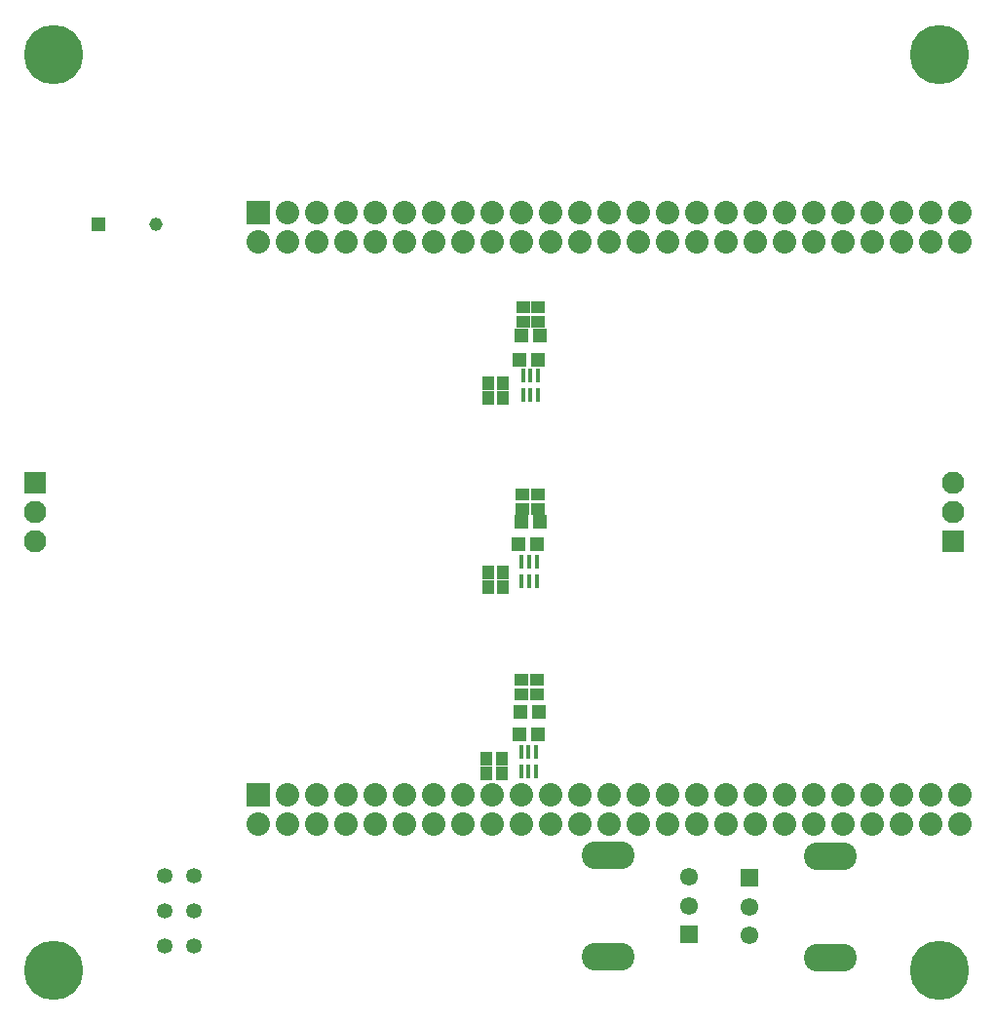
<source format=gbr>
G04*
G04 #@! TF.GenerationSoftware,Altium Limited,Altium Designer,23.6.0 (18)*
G04*
G04 Layer_Color=16711935*
%FSLAX25Y25*%
%MOIN*%
G70*
G04*
G04 #@! TF.SameCoordinates,4C77A988-F8BE-4A75-A6A8-83DB4AFB9164*
G04*
G04*
G04 #@! TF.FilePolarity,Negative*
G04*
G01*
G75*
%ADD26R,0.04528X0.04528*%
%ADD29R,0.04528X0.04134*%
%ADD30R,0.04134X0.04528*%
%ADD54C,0.07677*%
%ADD55R,0.07677X0.07677*%
%ADD56C,0.05315*%
%ADD57R,0.04528X0.04528*%
%ADD58C,0.04528*%
%ADD59C,0.06102*%
%ADD60R,0.06102X0.06102*%
G04:AMPARAMS|DCode=61|XSize=94.49mil|YSize=181.1mil|CornerRadius=47.24mil|HoleSize=0mil|Usage=FLASHONLY|Rotation=270.000|XOffset=0mil|YOffset=0mil|HoleType=Round|Shape=RoundedRectangle|*
%AMROUNDEDRECTD61*
21,1,0.09449,0.08661,0,0,270.0*
21,1,0.00000,0.18110,0,0,270.0*
1,1,0.09449,-0.04331,0.00000*
1,1,0.09449,-0.04331,0.00000*
1,1,0.09449,0.04331,0.00000*
1,1,0.09449,0.04331,0.00000*
%
%ADD61ROUNDEDRECTD61*%
%ADD62C,0.20276*%
%ADD63R,0.08000X0.08000*%
%ADD64C,0.08000*%
G04:AMPARAMS|DCode=96|XSize=47.65mil|YSize=14.65mil|CornerRadius=7.33mil|HoleSize=0mil|Usage=FLASHONLY|Rotation=270.000|XOffset=0mil|YOffset=0mil|HoleType=Round|Shape=RoundedRectangle|*
%AMROUNDEDRECTD96*
21,1,0.04765,0.00000,0,0,270.0*
21,1,0.03300,0.01465,0,0,270.0*
1,1,0.01465,0.00000,-0.01650*
1,1,0.01465,0.00000,0.01650*
1,1,0.01465,0.00000,0.01650*
1,1,0.01465,0.00000,-0.01650*
%
%ADD96ROUNDEDRECTD96*%
%ADD97R,0.01465X0.04765*%
D26*
X165674Y208587D02*
D03*
X159375D02*
D03*
X159850Y217000D02*
D03*
X166150D02*
D03*
X159202Y80633D02*
D03*
X165501D02*
D03*
X166001Y88133D02*
D03*
X159702D02*
D03*
X158850Y145500D02*
D03*
X165150D02*
D03*
X166174Y153087D02*
D03*
X159875D02*
D03*
D29*
X160500Y221488D02*
D03*
X160500Y226606D02*
D03*
X165500Y221488D02*
D03*
X165500Y226606D02*
D03*
X159852Y99192D02*
D03*
Y94074D02*
D03*
X165352Y99192D02*
D03*
Y94074D02*
D03*
X165556Y162646D02*
D03*
Y157528D02*
D03*
X160056Y162646D02*
D03*
Y157528D02*
D03*
D30*
X148441Y200500D02*
D03*
X153559Y200500D02*
D03*
X148441Y195500D02*
D03*
X153559Y195500D02*
D03*
X147941Y72031D02*
D03*
X153059D02*
D03*
X147941Y67032D02*
D03*
X153059D02*
D03*
X148441Y136000D02*
D03*
X153559D02*
D03*
X148441Y131000D02*
D03*
X153559D02*
D03*
D54*
X307500Y166500D02*
D03*
Y156500D02*
D03*
X-6500Y146500D02*
D03*
Y156500D02*
D03*
D55*
X307500Y146500D02*
D03*
X-6500Y166500D02*
D03*
D56*
X38000Y8102D02*
D03*
X48000D02*
D03*
X38000Y32102D02*
D03*
X48000D02*
D03*
X38000Y20102D02*
D03*
X48000Y20102D02*
D03*
D57*
X15157Y255000D02*
D03*
D58*
X34843D02*
D03*
D59*
X237941Y11835D02*
D03*
Y21677D02*
D03*
X217059Y31842D02*
D03*
Y22000D02*
D03*
D60*
X237941Y31520D02*
D03*
X217059Y12157D02*
D03*
D61*
X265500Y4354D02*
D03*
Y39000D02*
D03*
X189500Y39323D02*
D03*
Y4677D02*
D03*
D62*
X303000Y0D02*
D03*
X0D02*
D03*
X303000Y313000D02*
D03*
X0D02*
D03*
D63*
X70000Y60000D02*
D03*
Y258968D02*
D03*
D64*
X70000Y50000D02*
D03*
X80000Y60000D02*
D03*
X80000Y50000D02*
D03*
X90000Y60000D02*
D03*
Y50000D02*
D03*
X100000Y60000D02*
D03*
Y50000D02*
D03*
X110000Y60000D02*
D03*
X110000Y50000D02*
D03*
X120000Y60000D02*
D03*
Y50000D02*
D03*
X130000Y60000D02*
D03*
X130000Y50000D02*
D03*
X140000Y60000D02*
D03*
X140000Y50000D02*
D03*
X150000Y60000D02*
D03*
Y50000D02*
D03*
X160000Y60000D02*
D03*
X160000Y50000D02*
D03*
X170000Y60000D02*
D03*
X170000Y50000D02*
D03*
X180000Y60000D02*
D03*
Y50000D02*
D03*
X190000Y60000D02*
D03*
Y50000D02*
D03*
X200000Y60000D02*
D03*
Y50000D02*
D03*
X210000Y60000D02*
D03*
X210000Y50000D02*
D03*
X220000Y60000D02*
D03*
X220000Y50000D02*
D03*
X230000Y60000D02*
D03*
Y50000D02*
D03*
X240000Y60000D02*
D03*
Y50000D02*
D03*
X250000Y60000D02*
D03*
X250000Y50000D02*
D03*
X260000Y60000D02*
D03*
X260000Y50000D02*
D03*
X270000Y60000D02*
D03*
Y50000D02*
D03*
X280000Y60000D02*
D03*
X280000Y50000D02*
D03*
X290000Y60000D02*
D03*
Y50000D02*
D03*
X300000Y60000D02*
D03*
X300000Y50000D02*
D03*
X310000Y60000D02*
D03*
X310000Y50000D02*
D03*
X210000Y258968D02*
D03*
X190000Y248969D02*
D03*
X200000D02*
D03*
X240000Y258968D02*
D03*
X230000Y248969D02*
D03*
X210000D02*
D03*
X180000Y258968D02*
D03*
X240000Y248969D02*
D03*
X220000D02*
D03*
X250000D02*
D03*
X270000D02*
D03*
X280000Y258968D02*
D03*
X280000Y248969D02*
D03*
X290000Y258968D02*
D03*
X290000Y248969D02*
D03*
X300000Y258968D02*
D03*
Y248969D02*
D03*
X310000D02*
D03*
X260000Y258968D02*
D03*
X250000Y258968D02*
D03*
X260000Y248969D02*
D03*
X270000Y258968D02*
D03*
X310000D02*
D03*
X170000D02*
D03*
X230000D02*
D03*
X220000D02*
D03*
X200000Y258968D02*
D03*
X190000D02*
D03*
X180000Y248969D02*
D03*
X170000D02*
D03*
X150000Y258968D02*
D03*
X160000Y248969D02*
D03*
X140000D02*
D03*
X160000Y258968D02*
D03*
X150000Y248969D02*
D03*
X140000Y258968D02*
D03*
X130000Y258968D02*
D03*
X80000D02*
D03*
X90000D02*
D03*
X90000Y248969D02*
D03*
X100000Y258968D02*
D03*
X110000D02*
D03*
Y248969D02*
D03*
X120000D02*
D03*
X100000D02*
D03*
X130000D02*
D03*
X80000D02*
D03*
X70000D02*
D03*
X120000Y258968D02*
D03*
D96*
X160466Y196587D02*
D03*
X163025Y196587D02*
D03*
X165584D02*
D03*
Y203287D02*
D03*
X163025Y203287D02*
D03*
X162352Y74483D02*
D03*
X164911D02*
D03*
X164911Y67783D02*
D03*
X162352Y67783D02*
D03*
X159793Y67783D02*
D03*
X162525Y139437D02*
D03*
X165084D02*
D03*
Y132737D02*
D03*
X162525D02*
D03*
X159966D02*
D03*
D97*
X160466Y203287D02*
D03*
X159793Y74483D02*
D03*
X159966Y139437D02*
D03*
M02*

</source>
